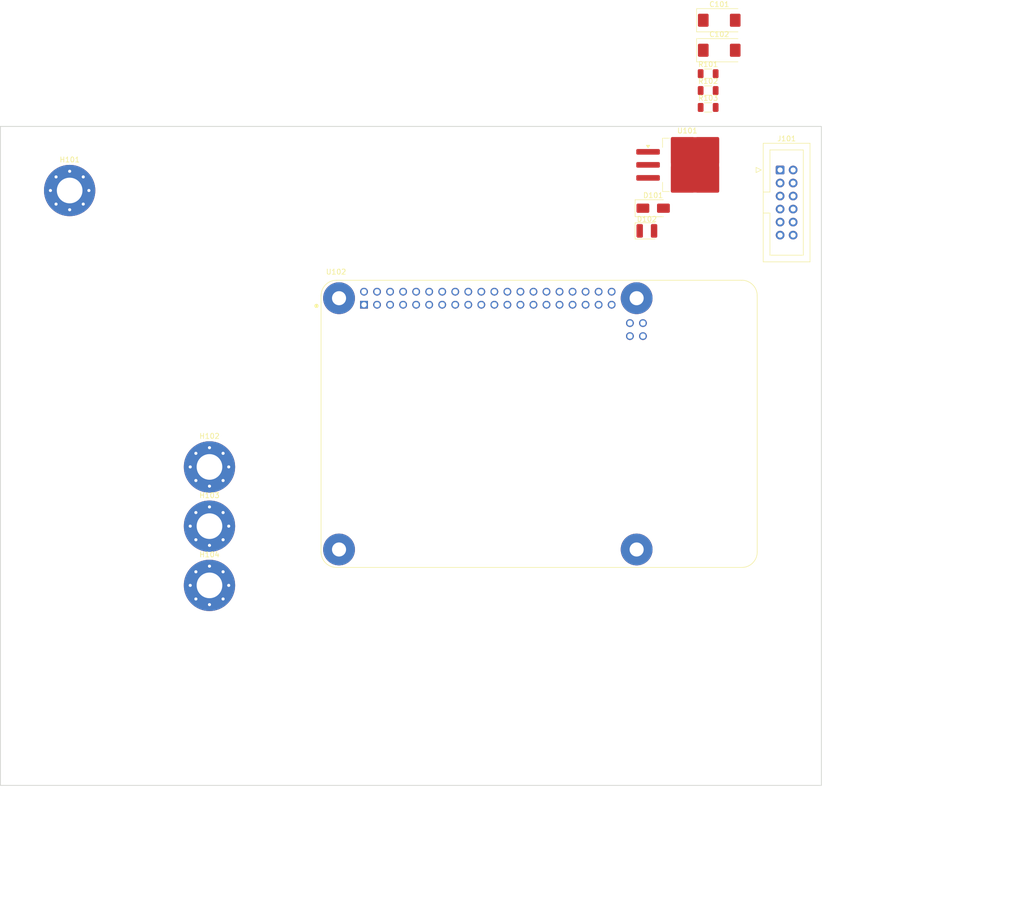
<source format=kicad_pcb>
(kicad_pcb (version 20241229) (generator "pcbnew") (generator_version "9.0")
  (title_block (title "HMI Carrier Board") (date "2025-03-01") (rev "X1") (company "McMillan Enterprises") (comment 1 "Firmware: John Gilcreast (johngilcreast@gmail.com)") (comment 2 "Hardware: Connor McMillan (connor@mcmillan.website)"))
  (layers (0 "F.Cu" signal) (2 "B.Cu" signal) (13 "F.Paste" user) (15 "B.Paste" user) (5 "F.SilkS" user "F.Silkscreen") (7 "B.SilkS" user "B.Silkscreen") (1 "F.Mask" user) (3 "B.Mask" user) (25 "Edge.Cuts" user))
  (net 0 "")
  (net 1 "GND")
  (net 2 "+24V")
  (net 3 "+5V")
  (net 4 "Net-(D102-K)")
  (net 5 "/RX")
  (net 6 "/RESET")
  (net 7 "/TX")
  (net 8 "Net-(U101-ADJ)")
  (footprint "Resistor_SMD:R_1206_3216Metric" (layer "F.Cu") (at 199.435 26.8)
    (property "Reference" "R103" (at 0 -1.82 0) (layer "F.SilkS"))
    (property "Value" "200R")
    (fp_line (start -0.727064 -0.91) (end 0.727064 -0.91) (stroke (width 0.12)) (layer "F.SilkS"))
    (fp_line (start -0.727064 0.91) (end 0.727064 0.91) (stroke (width 0.12)) (layer "F.SilkS"))
    (pad "1" smd roundrect (at -1.4625 0) (size 1.125 1.75) (layers "F.Cu" "F.Mask" "F.Paste") (roundrect_rratio 0.222222) (net 1 "GND"))
    (pad "2" smd roundrect (at 1.4625 0) (size 1.125 1.75) (layers "F.Cu" "F.Mask" "F.Paste") (roundrect_rratio 0.222222) (net 4 "Net-(D102-K)"))
  )
  (footprint "MountingHole:MountingHole_5mm_Pad_Via" (layer "F.Cu") (at 75 43)
    (property "Reference" "H101" (at 0 -6 0) (layer "F.SilkS"))
    (property "Value" "MountingHole_Pad")
    (pad "1" thru_hole circle (at -3.75 0) (size 0.9 0.9) (drill 0.6) (layers "*.Cu" "*.Mask") (net 1 "GND"))
    (pad "1" thru_hole circle (at -2.65165 -2.65165) (size 0.9 0.9) (drill 0.6) (layers "*.Cu" "*.Mask") (net 1 "GND"))
    (pad "1" thru_hole circle (at -2.65165 2.65165) (size 0.9 0.9) (drill 0.6) (layers "*.Cu" "*.Mask") (net 1 "GND"))
    (pad "1" thru_hole circle (at 0 -3.75) (size 0.9 0.9) (drill 0.6) (layers "*.Cu" "*.Mask") (net 1 "GND"))
    (pad "1" thru_hole circle (at 0 0) (size 10 10) (drill 5) (layers "*.Cu" "*.Mask") (net 1 "GND"))
    (pad "1" thru_hole circle (at 0 3.75) (size 0.9 0.9) (drill 0.6) (layers "*.Cu" "*.Mask") (net 1 "GND"))
    (pad "1" thru_hole circle (at 2.65165 -2.65165) (size 0.9 0.9) (drill 0.6) (layers "*.Cu" "*.Mask") (net 1 "GND"))
    (pad "1" thru_hole circle (at 2.65165 2.65165) (size 0.9 0.9) (drill 0.6) (layers "*.Cu" "*.Mask") (net 1 "GND"))
    (pad "1" thru_hole circle (at 3.75 0) (size 0.9 0.9) (drill 0.6) (layers "*.Cu" "*.Mask") (net 1 "GND"))
  )
  (footprint "MountingHole:MountingHole_5mm_Pad_Via" (layer "F.Cu") (at 102.25 120)
    (property "Reference" "H104" (at 0 -6 0) (layer "F.SilkS"))
    (property "Value" "MountingHole_Pad")
    (pad "1" thru_hole circle (at -3.75 0) (size 0.9 0.9) (drill 0.6) (layers "*.Cu" "*.Mask") (net 1 "GND"))
    (pad "1" thru_hole circle (at -2.65165 -2.65165) (size 0.9 0.9) (drill 0.6) (layers "*.Cu" "*.Mask") (net 1 "GND"))
    (pad "1" thru_hole circle (at -2.65165 2.65165) (size 0.9 0.9) (drill 0.6) (layers "*.Cu" "*.Mask") (net 1 "GND"))
    (pad "1" thru_hole circle (at 0 -3.75) (size 0.9 0.9) (drill 0.6) (layers "*.Cu" "*.Mask") (net 1 "GND"))
    (pad "1" thru_hole circle (at 0 0) (size 10 10) (drill 5) (layers "*.Cu" "*.Mask") (net 1 "GND"))
    (pad "1" thru_hole circle (at 0 3.75) (size 0.9 0.9) (drill 0.6) (layers "*.Cu" "*.Mask") (net 1 "GND"))
    (pad "1" thru_hole circle (at 2.65165 -2.65165) (size 0.9 0.9) (drill 0.6) (layers "*.Cu" "*.Mask") (net 1 "GND"))
    (pad "1" thru_hole circle (at 2.65165 2.65165) (size 0.9 0.9) (drill 0.6) (layers "*.Cu" "*.Mask") (net 1 "GND"))
    (pad "1" thru_hole circle (at 3.75 0) (size 0.9 0.9) (drill 0.6) (layers "*.Cu" "*.Mask") (net 1 "GND"))
  )
  (footprint "Capacitor_Tantalum_SMD:CP_EIA-7343-31_Kemet-D" (layer "F.Cu") (at 201.6 9.8)
    (property "Reference" "C101" (at 0 -3.1 0) (layer "F.SilkS"))
    (property "Value" "10uF 50V")
    (fp_line (start -4.41 -2.26) (end -4.41 2.26) (stroke (width 0.12)) (layer "F.SilkS"))
    (fp_line (start -4.41 2.26) (end 3.65 2.26) (stroke (width 0.12)) (layer "F.SilkS"))
    (fp_line (start 3.65 -2.26) (end -4.41 -2.26) (stroke (width 0.12)) (layer "F.SilkS"))
    (pad "1" smd roundrect (at -3.1125 0) (size 2.075 2.55) (layers "F.Cu" "F.Mask" "F.Paste") (roundrect_rratio 0.120482) (net 2 "+24V"))
    (pad "2" smd roundrect (at 3.1125 0) (size 2.075 2.55) (layers "F.Cu" "F.Mask" "F.Paste") (roundrect_rratio 0.120482) (net 1 "GND"))
  )
  (footprint "Capacitor_Tantalum_SMD:CP_EIA-7343-31_Kemet-D" (layer "F.Cu") (at 201.6 15.65)
    (property "Reference" "C102" (at 0 -3.1 0) (layer "F.SilkS"))
    (property "Value" "10uF 50V")
    (fp_line (start -4.41 -2.26) (end -4.41 2.26) (stroke (width 0.12)) (layer "F.SilkS"))
    (fp_line (start -4.41 2.26) (end 3.65 2.26) (stroke (width 0.12)) (layer "F.SilkS"))
    (fp_line (start 3.65 -2.26) (end -4.41 -2.26) (stroke (width 0.12)) (layer "F.SilkS"))
    (pad "1" smd roundrect (at -3.1125 0) (size 2.075 2.55) (layers "F.Cu" "F.Mask" "F.Paste") (roundrect_rratio 0.120482) (net 3 "+5V"))
    (pad "2" smd roundrect (at 3.1125 0) (size 2.075 2.55) (layers "F.Cu" "F.Mask" "F.Paste") (roundrect_rratio 0.120482) (net 1 "GND"))
  )
  (footprint "Diode_SMD:D_SMA" (layer "F.Cu") (at 188.72 46.45)
    (property "Reference" "D101" (at 0 -2.5 0) (layer "F.SilkS"))
    (property "Value" "1N4002 M2")
    (fp_line (start -3.51 -1.65) (end -3.51 1.65) (stroke (width 0.12)) (layer "F.SilkS"))
    (fp_line (start -3.51 -1.65) (end 2 -1.65) (stroke (width 0.12)) (layer "F.SilkS"))
    (fp_line (start -3.51 1.65) (end 2 1.65) (stroke (width 0.12)) (layer "F.SilkS"))
    (pad "1" smd roundrect (at -2 0) (size 2.5 1.8) (layers "F.Cu" "F.Mask" "F.Paste") (roundrect_rratio 0.1388888889) (net 2 "+24V"))
    (pad "2" smd roundrect (at 2 0) (size 2.5 1.8) (layers "F.Cu" "F.Mask" "F.Paste") (roundrect_rratio 0.1388888889) (net 3 "+5V"))
  )
  (footprint "Resistor_SMD:R_1206_3216Metric" (layer "F.Cu") (at 199.435 23.51)
    (property "Reference" "R102" (at 0 -1.82 0) (layer "F.SilkS"))
    (property "Value" "900R")
    (fp_line (start -0.727064 -0.91) (end 0.727064 -0.91) (stroke (width 0.12)) (layer "F.SilkS"))
    (fp_line (start -0.727064 0.91) (end 0.727064 0.91) (stroke (width 0.12)) (layer "F.SilkS"))
    (pad "1" smd roundrect (at -1.4625 0) (size 1.125 1.75) (layers "F.Cu" "F.Mask" "F.Paste") (roundrect_rratio 0.222222) (net 8 "Net-(U101-ADJ)"))
    (pad "2" smd roundrect (at 1.4625 0) (size 1.125 1.75) (layers "F.Cu" "F.Mask" "F.Paste") (roundrect_rratio 0.222222) (net 1 "GND"))
  )
  (footprint "MountingHole:MountingHole_5mm_Pad_Via" (layer "F.Cu") (at 102.25 96.9)
    (property "Reference" "H102" (at 0 -6 0) (layer "F.SilkS"))
    (property "Value" "MountingHole_Pad")
    (pad "1" thru_hole circle (at -3.75 0) (size 0.9 0.9) (drill 0.6) (layers "*.Cu" "*.Mask") (net 1 "GND"))
    (pad "1" thru_hole circle (at -2.65165 -2.65165) (size 0.9 0.9) (drill 0.6) (layers "*.Cu" "*.Mask") (net 1 "GND"))
    (pad "1" thru_hole circle (at -2.65165 2.65165) (size 0.9 0.9) (drill 0.6) (layers "*.Cu" "*.Mask") (net 1 "GND"))
    (pad "1" thru_hole circle (at 0 -3.75) (size 0.9 0.9) (drill 0.6) (layers "*.Cu" "*.Mask") (net 1 "GND"))
    (pad "1" thru_hole circle (at 0 0) (size 10 10) (drill 5) (layers "*.Cu" "*.Mask") (net 1 "GND"))
    (pad "1" thru_hole circle (at 0 3.75) (size 0.9 0.9) (drill 0.6) (layers "*.Cu" "*.Mask") (net 1 "GND"))
    (pad "1" thru_hole circle (at 2.65165 -2.65165) (size 0.9 0.9) (drill 0.6) (layers "*.Cu" "*.Mask") (net 1 "GND"))
    (pad "1" thru_hole circle (at 2.65165 2.65165) (size 0.9 0.9) (drill 0.6) (layers "*.Cu" "*.Mask") (net 1 "GND"))
    (pad "1" thru_hole circle (at 3.75 0) (size 0.9 0.9) (drill 0.6) (layers "*.Cu" "*.Mask") (net 1 "GND"))
  )
  (footprint "Package_TO_SOT_SMD:TO-263-3_TabPin2" (layer "F.Cu") (at 195.375 38)
    (property "Reference" "U101" (at 0 -6.65 0) (layer "F.SilkS"))
    (property "Value" "LM1084-ADJ")
    (fp_line (start -4.825 -5.2) (end -4.825 -3.39) (stroke (width 0.12)) (layer "F.SilkS"))
    (fp_line (start -4.825 5.2) (end -4.825 3.39) (stroke (width 0.12)) (layer "F.SilkS"))
    (fp_line (start -3.46 -5.2) (end -4.825 -5.2) (stroke (width 0.12)) (layer "F.SilkS"))
    (fp_line (start -3.46 5.2) (end -4.825 5.2) (stroke (width 0.12)) (layer "F.SilkS"))
    (fp_poly (pts (xy -7.65 -3.35) (xy -7.99 -3.82) (xy -7.31 -3.82) (xy -7.65 -3.35)) (stroke (width 0.12)) (fill yes) (layer "F.SilkS"))
    (pad "1" smd roundrect (at -7.65 -2.54) (size 4.6 1.1) (layers "F.Cu" "F.Mask" "F.Paste") (roundrect_rratio 0.227273) (net 8 "Net-(U101-ADJ)"))
    (pad "2" smd roundrect (at -7.65 0) (size 4.6 1.1) (layers "F.Cu" "F.Mask" "F.Paste") (roundrect_rratio 0.227273) (net 3 "+5V"))
    (pad "2" smd roundrect (at -0.925 -2.775) (size 4.55 5.25) (layers "F.Cu" "F.Paste") (roundrect_rratio 0.054945) (net 3 "+5V"))
    (pad "2" smd roundrect (at -0.925 2.775) (size 4.55 5.25) (layers "F.Cu" "F.Paste") (roundrect_rratio 0.054945) (net 3 "+5V"))
    (pad "2" smd roundrect (at 1.5 0) (size 9.4 10.8) (layers "F.Cu" "F.Mask") (roundrect_rratio 0.026596) (net 3 "+5V"))
    (pad "2" smd roundrect (at 3.925 -2.775) (size 4.55 5.25) (layers "F.Cu" "F.Paste") (roundrect_rratio 0.054945) (net 3 "+5V"))
    (pad "2" smd roundrect (at 3.925 2.775) (size 4.55 5.25) (layers "F.Cu" "F.Paste") (roundrect_rratio 0.054945) (net 3 "+5V"))
    (pad "3" smd roundrect (at -7.65 2.54) (size 4.6 1.1) (layers "F.Cu" "F.Mask" "F.Paste") (roundrect_rratio 0.227273) (net 2 "+24V"))
  )
  (footprint "LED_SMD:LED_1210_3225Metric" (layer "F.Cu") (at 187.495 50.87)
    (property "Reference" "D102" (at 0 -2.28 0) (layer "F.SilkS"))
    (property "Value" "WHITE")
    (fp_line (start -2.285 -1.585) (end -2.285 1.585) (stroke (width 0.12)) (layer "F.SilkS"))
    (fp_line (start -2.285 1.585) (end 1.6 1.585) (stroke (width 0.12)) (layer "F.SilkS"))
    (fp_line (start 1.6 -1.585) (end -2.285 -1.585) (stroke (width 0.12)) (layer "F.SilkS"))
    (pad "1" smd roundrect (at -1.4 0) (size 1.25 2.65) (layers "F.Cu" "F.Mask" "F.Paste") (roundrect_rratio 0.2) (net 4 "Net-(D102-K)"))
    (pad "2" smd roundrect (at 1.4 0) (size 1.25 2.65) (layers "F.Cu" "F.Mask" "F.Paste") (roundrect_rratio 0.2) (net 3 "+5V"))
  )
  (footprint "Connector_IDC:IDC-Header_2x06_P2.54mm_Vertical" (layer "F.Cu") (at 213.46 39)
    (property "Reference" "J101" (at 1.27 -6.1 0) (layer "F.SilkS"))
    (property "Value" "Conn_02x06_Odd_Even")
    (fp_line (start -4.68 -0.5) (end -4.68 0.5) (stroke (width 0.12)) (layer "F.SilkS"))
    (fp_line (start -4.68 0.5) (end -3.68 0) (stroke (width 0.12)) (layer "F.SilkS"))
    (fp_line (start -3.68 0) (end -4.68 -0.5) (stroke (width 0.12)) (layer "F.SilkS"))
    (fp_line (start -3.29 -5.21) (end 5.83 -5.21) (stroke (width 0.12)) (layer "F.SilkS"))
    (fp_line (start -3.29 4.3) (end -1.98 4.3) (stroke (width 0.12)) (layer "F.SilkS"))
    (fp_line (start -3.29 17.91) (end -3.29 -5.21) (stroke (width 0.12)) (layer "F.SilkS"))
    (fp_line (start -1.98 -3.91) (end 4.52 -3.91) (stroke (width 0.12)) (layer "F.SilkS"))
    (fp_line (start -1.98 4.3) (end -1.98 -3.91) (stroke (width 0.12)) (layer "F.SilkS"))
    (fp_line (start -1.98 8.4) (end -3.29 8.4) (stroke (width 0.12)) (layer "F.SilkS"))
    (fp_line (start -1.98 8.4) (end -1.98 8.4) (stroke (width 0.12)) (layer "F.SilkS"))
    (fp_line (start -1.98 16.61) (end -1.98 8.4) (stroke (width 0.12)) (layer "F.SilkS"))
    (fp_line (start 4.52 -3.91) (end 4.52 16.61) (stroke (width 0.12)) (layer "F.SilkS"))
    (fp_line (start 4.52 16.61) (end -1.98 16.61) (stroke (width 0.12)) (layer "F.SilkS"))
    (fp_line (start 5.83 -5.21) (end 5.83 17.91) (stroke (width 0.12)) (layer "F.SilkS"))
    (fp_line (start 5.83 17.91) (end -3.29 17.91) (stroke (width 0.12)) (layer "F.SilkS"))
    (pad "1" thru_hole roundrect (at 0 0) (size 1.7 1.7) (drill 1) (layers "*.Cu" "*.Mask") (roundrect_rratio 0.147059) (net 1 "GND"))
    (pad "2" thru_hole circle (at 2.54 0) (size 1.7 1.7) (drill 1) (layers "*.Cu" "*.Mask") (net 1 "GND"))
    (pad "3" thru_hole circle (at 0 2.54) (size 1.7 1.7) (drill 1) (layers "*.Cu" "*.Mask") (net 2 "+24V"))
    (pad "4" thru_hole circle (at 2.54 2.54) (size 1.7 1.7) (drill 1) (layers "*.Cu" "*.Mask") (net 2 "+24V"))
    (pad "5" thru_hole circle (at 0 5.08) (size 1.7 1.7) (drill 1) (layers "*.Cu" "*.Mask") (net 1 "GND"))
    (pad "6" thru_hole circle (at 2.54 5.08) (size 1.7 1.7) (drill 1) (layers "*.Cu" "*.Mask") (net 1 "GND"))
    (pad "7" thru_hole circle (at 0 7.62) (size 1.7 1.7) (drill 1) (layers "*.Cu" "*.Mask") (net 7 "/TX"))
    (pad "8" thru_hole circle (at 2.54 7.62) (size 1.7 1.7) (drill 1) (layers "*.Cu" "*.Mask") (net 5 "/RX"))
    (pad "9" thru_hole circle (at 0 10.16) (size 1.7 1.7) (drill 1) (layers "*.Cu" "*.Mask") (net 1 "GND"))
    (pad "10" thru_hole circle (at 2.54 10.16) (size 1.7 1.7) (drill 1) (layers "*.Cu" "*.Mask") (net 1 "GND"))
    (pad "11" thru_hole circle (at 0 12.7) (size 1.7 1.7) (drill 1) (layers "*.Cu" "*.Mask") (net 6 "/RESET"))
    (pad "12" thru_hole circle (at 2.54 12.7) (size 1.7 1.7) (drill 1) (layers "*.Cu" "*.Mask") (net 1 "GND"))
  )
  (footprint "RASPBERRY_PI_4B_4GB:MODULE_RASPBERRY_PI_4B_4GB" (layer "F.Cu") (at 166.5 88.5)
    (property "Reference" "U102" (at -39.575 -29.635 0) (layer "F.SilkS"))
    (property "Value" "RASPBERRY_PI_4B_4GB")
    (fp_line (start -42.5 -25) (end -42.5 25) (stroke (width 0.127)) (layer "F.SilkS"))
    (fp_line (start -39.5 28) (end 39.5 28) (stroke (width 0.127)) (layer "F.SilkS"))
    (fp_line (start 39.5 -28) (end -39.5 -28) (stroke (width 0.127)) (layer "F.SilkS"))
    (fp_line (start 42.5 25) (end 42.5 -25) (stroke (width 0.127)) (layer "F.SilkS"))
    (fp_arc (start -42.5 -25) (mid -41.62132 -27.12132) (end -39.5 -28) (stroke (width 0.127)) (layer "F.SilkS"))
    (fp_arc (start -39.5 28) (mid -41.62132 27.12132) (end -42.5 25) (stroke (width 0.127)) (layer "F.SilkS"))
    (fp_arc (start 39.5 -28) (mid 41.62132 -27.12132) (end 42.5 -25) (stroke (width 0.127)) (layer "F.SilkS"))
    (fp_arc (start 42.5 25) (mid 41.62132 27.12132) (end 39.5 28) (stroke (width 0.127)) (layer "F.SilkS"))
    (fp_circle (center -43.4 -23) (end -43.2 -23) (stroke (width 0.4)) (fill no) (layer "F.SilkS"))
    (pad "1" thru_hole rect (at -34.13 -23.23) (size 1.524 1.524) (drill 1.016) (layers "*.Cu" "*.Mask"))
    (pad "2" thru_hole circle (at -34.13 -25.77) (size 1.524 1.524) (drill 1.016) (layers "*.Cu" "*.Mask") (net 3 "+5V"))
    (pad "3" thru_hole circle (at -31.59 -23.23) (size 1.524 1.524) (drill 1.016) (layers "*.Cu" "*.Mask"))
    (pad "4" thru_hole circle (at -31.59 -25.77) (size 1.524 1.524) (drill 1.016) (layers "*.Cu" "*.Mask") (net 3 "+5V"))
    (pad "5" thru_hole circle (at -29.05 -23.23) (size 1.524 1.524) (drill 1.016) (layers "*.Cu" "*.Mask"))
    (pad "6" thru_hole circle (at -29.05 -25.77) (size 1.524 1.524) (drill 1.016) (layers "*.Cu" "*.Mask") (net 1 "GND"))
    (pad "7" thru_hole circle (at -26.51 -23.23) (size 1.524 1.524) (drill 1.016) (layers "*.Cu" "*.Mask"))
    (pad "8" thru_hole circle (at -26.51 -25.77) (size 1.524 1.524) (drill 1.016) (layers "*.Cu" "*.Mask") (net 7 "/TX"))
    (pad "9" thru_hole circle (at -23.97 -23.23) (size 1.524 1.524) (drill 1.016) (layers "*.Cu" "*.Mask") (net 1 "GND"))
    (pad "10" thru_hole circle (at -23.97 -25.77) (size 1.524 1.524) (drill 1.016) (layers "*.Cu" "*.Mask") (net 5 "/RX"))
    (pad "11" thru_hole circle (at -21.43 -23.23) (size 1.524 1.524) (drill 1.016) (layers "*.Cu" "*.Mask"))
    (pad "12" thru_hole circle (at -21.43 -25.77) (size 1.524 1.524) (drill 1.016) (layers "*.Cu" "*.Mask"))
    (pad "13" thru_hole circle (at -18.89 -23.23) (size 1.524 1.524) (drill 1.016) (layers "*.Cu" "*.Mask"))
    (pad "14" thru_hole circle (at -18.89 -25.77) (size 1.524 1.524) (drill 1.016) (layers "*.Cu" "*.Mask") (net 1 "GND"))
    (pad "15" thru_hole circle (at -16.35 -23.23) (size 1.524 1.524) (drill 1.016) (layers "*.Cu" "*.Mask"))
    (pad "16" thru_hole circle (at -16.35 -25.77) (size 1.524 1.524) (drill 1.016) (layers "*.Cu" "*.Mask"))
    (pad "17" thru_hole circle (at -13.81 -23.23) (size 1.524 1.524) (drill 1.016) (layers "*.Cu" "*.Mask"))
    (pad "18" thru_hole circle (at -13.81 -25.77) (size 1.524 1.524) (drill 1.016) (layers "*.Cu" "*.Mask"))
    (pad "19" thru_hole circle (at -11.27 -23.23) (size 1.524 1.524) (drill 1.016) (layers "*.Cu" "*.Mask"))
    (pad "20" thru_hole circle (at -11.27 -25.77) (size 1.524 1.524) (drill 1.016) (layers "*.Cu" "*.Mask") (net 1 "GND"))
    (pad "21" thru_hole circle (at -8.73 -23.23) (size 1.524 1.524) (drill 1.016) (layers "*.Cu" "*.Mask"))
    (pad "22" thru_hole circle (at -8.73 -25.77) (size 1.524 1.524) (drill 1.016) (layers "*.Cu" "*.Mask"))
    (pad "23" thru_hole circle (at -6.19 -23.23) (size 1.524 1.524) (drill 1.016) (layers "*.Cu" "*.Mask"))
    (pad "24" thru_hole circle (at -6.19 -25.77) (size 1.524 1.524) (drill 1.016) (layers "*.Cu" "*.Mask"))
    (pad "25" thru_hole circle (at -3.65 -23.23) (size 1.524 1.524) (drill 1.016) (layers "*.Cu" "*.Mask") (net 1 "GND"))
    (pad "26" thru_hole circle (at -3.65 -25.77) (size 1.524 1.524) (drill 1.016) (layers "*.Cu" "*.Mask"))
    (pad "27" thru_hole circle (at -1.11 -23.23) (size 1.524 1.524) (drill 1.016) (layers "*.Cu" "*.Mask"))
    (pad "28" thru_hole circle (at -1.11 -25.77) (size 1.524 1.524) (drill 1.016) (layers "*.Cu" "*.Mask"))
    (pad "29" thru_hole circle (at 1.43 -23.23) (size 1.524 1.524) (drill 1.016) (layers "*.Cu" "*.Mask"))
    (pad "30" thru_hole circle (at 1.43 -25.77) (size 1.524 1.524) (drill 1.016) (layers "*.Cu" "*.Mask") (net 1 "GND"))
    (pad "31" thru_hole circle (at 3.97 -23.23) (size 1.524 1.524) (drill 1.016) (layers "*.Cu" "*.Mask"))
    (pad "32" thru_hole circle (at 3.97 -25.77) (size 1.524 1.524) (drill 1.016) (layers "*.Cu" "*.Mask"))
    (pad "33" thru_hole circle (at 6.51 -23.23) (size 1.524 1.524) (drill 1.016) (layers "*.Cu" "*.Mask"))
    (pad "34" thru_hole circle (at 6.51 -25.77) (size 1.524 1.524) (drill 1.016) (layers "*.Cu" "*.Mask") (net 1 "GND"))
    (pad "35" thru_hole circle (at 9.05 -23.23) (size 1.524 1.524) (drill 1.016) (layers "*.Cu" "*.Mask"))
    (pad "36" thru_hole circle (at 9.05 -25.77) (size 1.524 1.524) (drill 1.016) (layers "*.Cu" "*.Mask"))
    (pad "37" thru_hole circle (at 11.59 -23.23) (size 1.524 1.524) (drill 1.016) (layers "*.Cu" "*.Mask"))
    (pad "38" thru_hole circle (at 11.59 -25.77) (size 1.524 1.524) (drill 1.016) (layers "*.Cu" "*.Mask"))
    (pad "39" thru_hole circle (at 14.13 -23.23) (size 1.524 1.524) (drill 1.016) (layers "*.Cu" "*.Mask") (net 1 "GND"))
    (pad "40" thru_hole circle (at 14.13 -25.77) (size 1.524 1.524) (drill 1.016) (layers "*.Cu" "*.Mask"))
    (pad "41" thru_hole circle (at 20.23 -17.107) (size 1.524 1.524) (drill 1.016) (layers "*.Cu" "*.Mask"))
    (pad "42" thru_hole circle (at 20.23 -19.647) (size 1.524 1.524) (drill 1.016) (layers "*.Cu" "*.Mask"))
    (pad "43" thru_hole circle (at 17.69 -17.107) (size 1.524 1.524) (drill 1.016) (layers "*.Cu" "*.Mask"))
    (pad "44" thru_hole circle (at 17.69 -19.647) (size 1.524 1.524) (drill 1.016) (layers "*.Cu" "*.Mask"))
    (pad "S1" thru_hole circle (at -39 -24.5) (size 6.2 6.2) (drill 2.75) (layers "*.Cu" "*.Mask") (net 1 "GND"))
    (pad "S2" thru_hole circle (at 19 -24.5) (size 6.2 6.2) (drill 2.75) (layers "*.Cu" "*.Mask") (net 1 "GND"))
    (pad "S3" thru_hole circle (at 19 24.5) (size 6.2 6.2) (drill 2.75) (layers "*.Cu" "*.Mask") (net 1 "GND"))
    (pad "S4" thru_hole circle (at -39 24.5) (size 6.2 6.2) (drill 2.75) (layers "*.Cu" "*.Mask") (net 1 "GND"))
  )
  (footprint "MountingHole:MountingHole_5mm_Pad_Via" (layer "F.Cu") (at 102.25 108.45)
    (property "Reference" "H103" (at 0 -6 0) (layer "F.SilkS"))
    (property "Value" "MountingHole_Pad")
    (pad "1" thru_hole circle (at -3.75 0) (size 0.9 0.9) (drill 0.6) (layers "*.Cu" "*.Mask") (net 1 "GND"))
    (pad "1" thru_hole circle (at -2.65165 -2.65165) (size 0.9 0.9) (drill 0.6) (layers "*.Cu" "*.Mask") (net 1 "GND"))
    (pad "1" thru_hole circle (at -2.65165 2.65165) (size 0.9 0.9) (drill 0.6) (layers "*.Cu" "*.Mask") (net 1 "GND"))
    (pad "1" thru_hole circle (at 0 -3.75) (size 0.9 0.9) (drill 0.6) (layers "*.Cu" "*.Mask") (net 1 "GND"))
    (pad "1" thru_hole circle (at 0 0) (size 10 10) (drill 5) (layers "*.Cu" "*.Mask") (net 1 "GND"))
    (pad "1" thru_hole circle (at 0 3.75) (size 0.9 0.9) (drill 0.6) (layers "*.Cu" "*.Mask") (net 1 "GND"))
    (pad "1" thru_hole circle (at 2.65165 -2.65165) (size 0.9 0.9) (drill 0.6) (layers "*.Cu" "*.Mask") (net 1 "GND"))
    (pad "1" thru_hole circle (at 2.65165 2.65165) (size 0.9 0.9) (drill 0.6) (layers "*.Cu" "*.Mask") (net 1 "GND"))
    (pad "1" thru_hole circle (at 3.75 0) (size 0.9 0.9) (drill 0.6) (layers "*.Cu" "*.Mask") (net 1 "GND"))
  )
  (footprint "Resistor_SMD:R_1206_3216Metric" (layer "F.Cu") (at 199.435 20.22)
    (property "Reference" "R101" (at 0 -1.82 0) (layer "F.SilkS"))
    (property "Value" "300R")
    (fp_line (start -0.727064 -0.91) (end 0.727064 -0.91) (stroke (width 0.12)) (layer "F.SilkS"))
    (fp_line (start -0.727064 0.91) (end 0.727064 0.91) (stroke (width 0.12)) (layer "F.SilkS"))
    (pad "1" smd roundrect (at -1.4625 0) (size 1.125 1.75) (layers "F.Cu" "F.Mask" "F.Paste") (roundrect_rratio 0.222222) (net 3 "+5V"))
    (pad "2" smd roundrect (at 1.4625 0) (size 1.125 1.75) (layers "F.Cu" "F.Mask" "F.Paste") (roundrect_rratio 0.222222) (net 8 "Net-(U101-ADJ)"))
  )
  (gr_rect (start 61.5 30.5) (end 221.5 159) (stroke (width 0.15)) (fill no) (layer "Edge.Cuts"))
)
</source>
